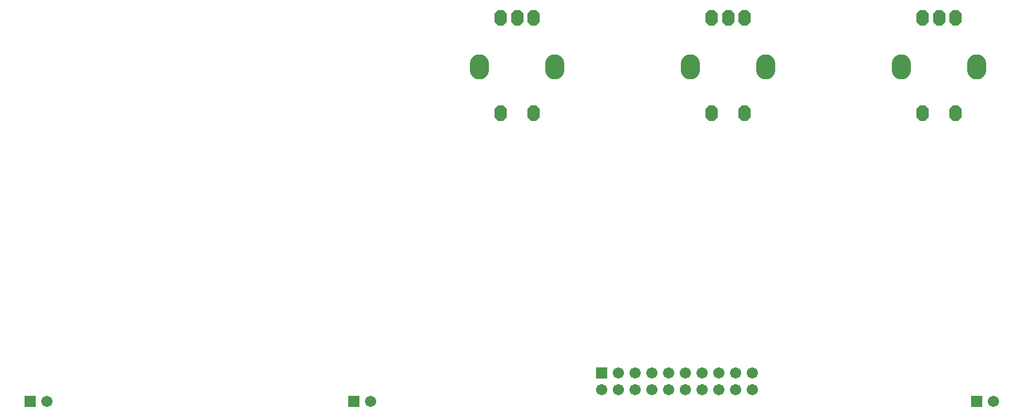
<source format=gbs>
%FSTAX23Y23*%
%MOIN*%
%SFA1B1*%

%IPPOS*%
%AMD74*
4,1,8,-0.017700,-0.045300,0.017700,-0.045300,0.035500,-0.027600,0.035500,0.027600,0.017700,0.045300,-0.017700,0.045300,-0.035500,0.027600,-0.035500,-0.027600,-0.017700,-0.045300,0.0*
%
%ADD73O,0.114299X0.149732*%
G04~CAMADD=74~4~0.0~0.0~709.9~906.8~0.0~177.5~0~0.0~0.0~0.0~0.0~0~0.0~0.0~0.0~0.0~0~0.0~0.0~0.0~180.0~710.0~906.0*
%ADD74D74*%
%ADD75R,0.067055X0.067055*%
%ADD76C,0.067055*%
%LNmod_duo_dwarf-1*%
%LPD*%
G54D73*
X07487Y02896D03*
X07936D03*
X06227D03*
X06676D03*
X04967D03*
X05416D03*
G54D74*
X07613Y0262D03*
X0781D03*
X07613Y03191D03*
X07712D03*
X0781D03*
X06353Y0262D03*
X0655D03*
X06353Y03191D03*
X06452D03*
X0655D03*
X05093Y0262D03*
X0529D03*
X05093Y03191D03*
X05192D03*
X0529D03*
G54D75*
X05697Y01066D03*
X02282Y00896D03*
X07936Y00896D03*
X04216D03*
G54D76*
X05697Y00966D03*
X05797Y01066D03*
Y00966D03*
X05897Y01066D03*
Y00966D03*
X05997Y01066D03*
Y00966D03*
X06097Y01066D03*
Y00966D03*
X06197Y01066D03*
Y00966D03*
X06297Y01066D03*
Y00966D03*
X06397Y01066D03*
Y00966D03*
X06497Y01066D03*
Y00966D03*
X06597Y01066D03*
Y00966D03*
X02382Y00896D03*
X08036Y00896D03*
X04316D03*
M02*
</source>
